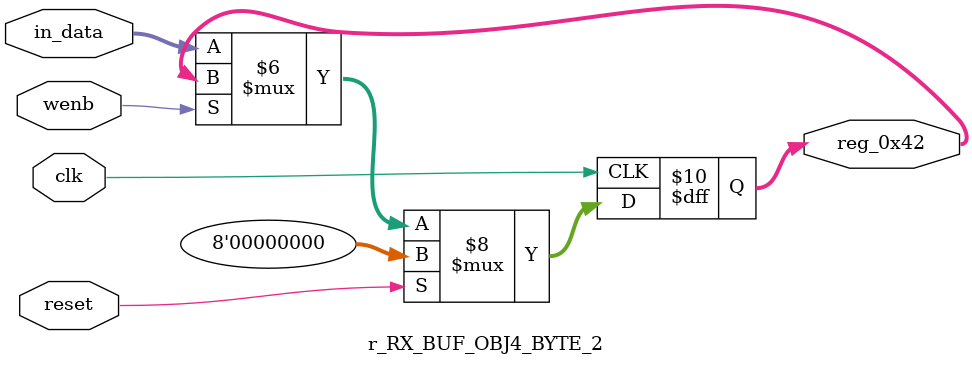
<source format=v>
module r_RX_BUF_OBJ4_BYTE_2(output reg [7:0] reg_0x42, input wire reset, input wire wenb, input wire [7:0] in_data, input wire clk);
	always@(posedge clk)
	begin
		if(reset==0) begin
			if(wenb==0)
				reg_0x42<=in_data;
			else
				reg_0x42<=reg_0x42;
		end
		else
			reg_0x42<=8'h00;
	end
endmodule
</source>
